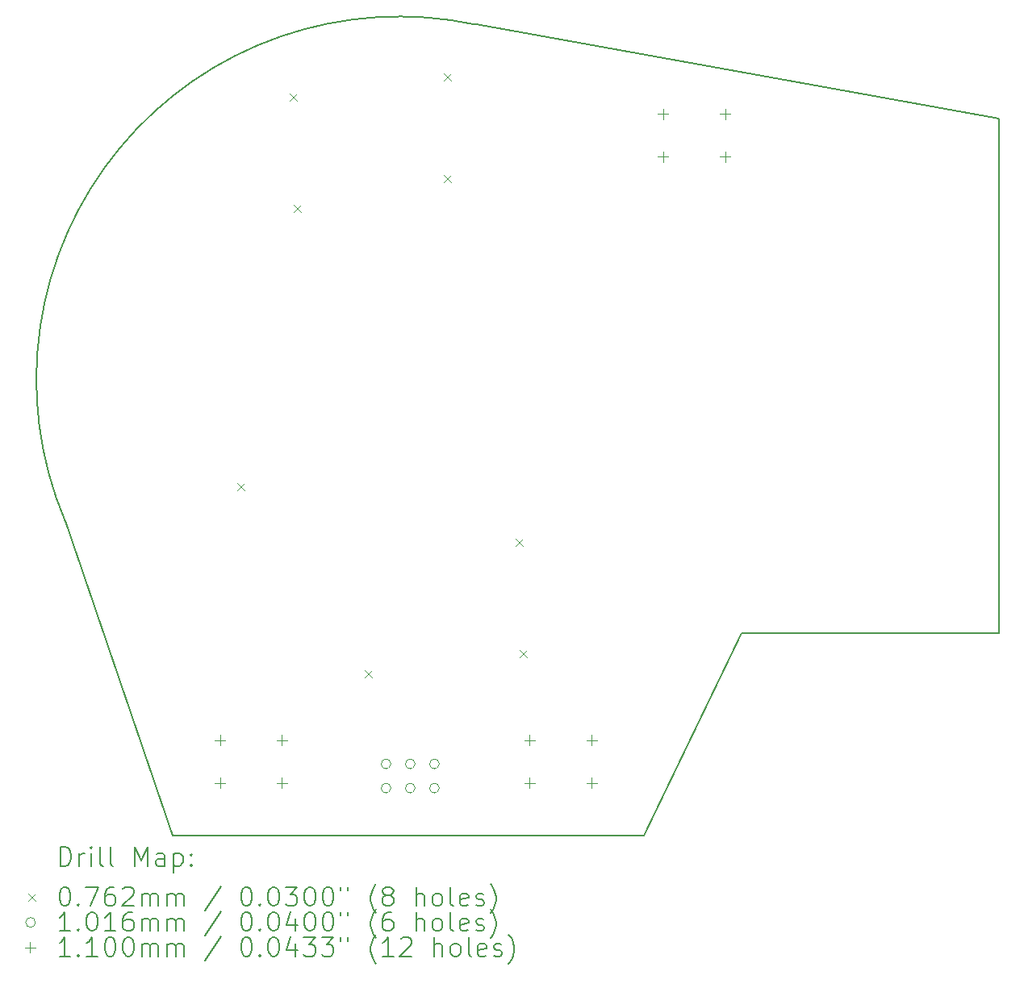
<source format=gbr>
%TF.GenerationSoftware,KiCad,Pcbnew,8.0.8*%
%TF.CreationDate,2025-03-20T22:04:10-04:00*%
%TF.ProjectId,EMP_Cyclone_SAO_v1,454d505f-4379-4636-9c6f-6e655f53414f,rev?*%
%TF.SameCoordinates,Original*%
%TF.FileFunction,Drillmap*%
%TF.FilePolarity,Positive*%
%FSLAX45Y45*%
G04 Gerber Fmt 4.5, Leading zero omitted, Abs format (unit mm)*
G04 Created by KiCad (PCBNEW 8.0.8) date 2025-03-20 22:04:10*
%MOMM*%
%LPD*%
G01*
G04 APERTURE LIST*
%ADD10C,0.200000*%
%ADD11C,0.100000*%
%ADD12C,0.101600*%
%ADD13C,0.110000*%
G04 APERTURE END LIST*
D10*
X7525000Y-14825000D02*
X12475000Y-14825000D01*
X12475000Y-14825000D02*
X13499982Y-12699992D01*
X16200000Y-12700000D02*
X16200000Y-7300000D01*
X13500000Y-12700000D02*
X16200000Y-12700000D01*
X7525000Y-14825000D02*
X6400000Y-11525000D01*
X6400000Y-11525000D02*
G75*
G02*
X10708155Y-6313907I3508155J1486093D01*
G01*
X16200000Y-7300000D02*
X10708155Y-6313907D01*
D11*
X8206760Y-11125220D02*
X8282960Y-11201420D01*
X8282960Y-11125220D02*
X8206760Y-11201420D01*
X8755400Y-7040900D02*
X8831600Y-7117100D01*
X8831600Y-7040900D02*
X8755400Y-7117100D01*
X8798580Y-8206760D02*
X8874780Y-8282960D01*
X8874780Y-8206760D02*
X8798580Y-8282960D01*
X9547880Y-13093720D02*
X9624080Y-13169920D01*
X9624080Y-13093720D02*
X9547880Y-13169920D01*
X10373380Y-7896880D02*
X10449580Y-7973080D01*
X10449580Y-7896880D02*
X10373380Y-7973080D01*
X10375920Y-6830080D02*
X10452120Y-6906280D01*
X10452120Y-6830080D02*
X10375920Y-6906280D01*
X11130300Y-11714500D02*
X11206500Y-11790700D01*
X11206500Y-11714500D02*
X11130300Y-11790700D01*
X11170940Y-12880360D02*
X11247140Y-12956560D01*
X11247140Y-12880360D02*
X11170940Y-12956560D01*
D12*
X9817800Y-14075000D02*
G75*
G02*
X9716200Y-14075000I-50800J0D01*
G01*
X9716200Y-14075000D02*
G75*
G02*
X9817800Y-14075000I50800J0D01*
G01*
X9817800Y-14329000D02*
G75*
G02*
X9716200Y-14329000I-50800J0D01*
G01*
X9716200Y-14329000D02*
G75*
G02*
X9817800Y-14329000I50800J0D01*
G01*
X10071800Y-14075000D02*
G75*
G02*
X9970200Y-14075000I-50800J0D01*
G01*
X9970200Y-14075000D02*
G75*
G02*
X10071800Y-14075000I50800J0D01*
G01*
X10071800Y-14329000D02*
G75*
G02*
X9970200Y-14329000I-50800J0D01*
G01*
X9970200Y-14329000D02*
G75*
G02*
X10071800Y-14329000I50800J0D01*
G01*
X10325800Y-14075000D02*
G75*
G02*
X10224200Y-14075000I-50800J0D01*
G01*
X10224200Y-14075000D02*
G75*
G02*
X10325800Y-14075000I50800J0D01*
G01*
X10325800Y-14329000D02*
G75*
G02*
X10224200Y-14329000I-50800J0D01*
G01*
X10224200Y-14329000D02*
G75*
G02*
X10325800Y-14329000I50800J0D01*
G01*
D13*
X8025000Y-13770000D02*
X8025000Y-13880000D01*
X7970000Y-13825000D02*
X8080000Y-13825000D01*
X8025000Y-14220000D02*
X8025000Y-14330000D01*
X7970000Y-14275000D02*
X8080000Y-14275000D01*
X8675000Y-13770000D02*
X8675000Y-13880000D01*
X8620000Y-13825000D02*
X8730000Y-13825000D01*
X8675000Y-14220000D02*
X8675000Y-14330000D01*
X8620000Y-14275000D02*
X8730000Y-14275000D01*
X11275000Y-13770000D02*
X11275000Y-13880000D01*
X11220000Y-13825000D02*
X11330000Y-13825000D01*
X11275000Y-14220000D02*
X11275000Y-14330000D01*
X11220000Y-14275000D02*
X11330000Y-14275000D01*
X11925000Y-13770000D02*
X11925000Y-13880000D01*
X11870000Y-13825000D02*
X11980000Y-13825000D01*
X11925000Y-14220000D02*
X11925000Y-14330000D01*
X11870000Y-14275000D02*
X11980000Y-14275000D01*
X12675000Y-7195000D02*
X12675000Y-7305000D01*
X12620000Y-7250000D02*
X12730000Y-7250000D01*
X12675000Y-7645000D02*
X12675000Y-7755000D01*
X12620000Y-7700000D02*
X12730000Y-7700000D01*
X13325000Y-7195000D02*
X13325000Y-7305000D01*
X13270000Y-7250000D02*
X13380000Y-7250000D01*
X13325000Y-7645000D02*
X13325000Y-7755000D01*
X13270000Y-7700000D02*
X13380000Y-7700000D01*
D10*
X6348994Y-15146484D02*
X6348994Y-14946484D01*
X6348994Y-14946484D02*
X6396613Y-14946484D01*
X6396613Y-14946484D02*
X6425185Y-14956008D01*
X6425185Y-14956008D02*
X6444232Y-14975055D01*
X6444232Y-14975055D02*
X6453756Y-14994103D01*
X6453756Y-14994103D02*
X6463280Y-15032198D01*
X6463280Y-15032198D02*
X6463280Y-15060769D01*
X6463280Y-15060769D02*
X6453756Y-15098865D01*
X6453756Y-15098865D02*
X6444232Y-15117912D01*
X6444232Y-15117912D02*
X6425185Y-15136960D01*
X6425185Y-15136960D02*
X6396613Y-15146484D01*
X6396613Y-15146484D02*
X6348994Y-15146484D01*
X6548994Y-15146484D02*
X6548994Y-15013150D01*
X6548994Y-15051246D02*
X6558518Y-15032198D01*
X6558518Y-15032198D02*
X6568042Y-15022674D01*
X6568042Y-15022674D02*
X6587089Y-15013150D01*
X6587089Y-15013150D02*
X6606137Y-15013150D01*
X6672804Y-15146484D02*
X6672804Y-15013150D01*
X6672804Y-14946484D02*
X6663280Y-14956008D01*
X6663280Y-14956008D02*
X6672804Y-14965531D01*
X6672804Y-14965531D02*
X6682327Y-14956008D01*
X6682327Y-14956008D02*
X6672804Y-14946484D01*
X6672804Y-14946484D02*
X6672804Y-14965531D01*
X6796613Y-15146484D02*
X6777565Y-15136960D01*
X6777565Y-15136960D02*
X6768042Y-15117912D01*
X6768042Y-15117912D02*
X6768042Y-14946484D01*
X6901375Y-15146484D02*
X6882327Y-15136960D01*
X6882327Y-15136960D02*
X6872804Y-15117912D01*
X6872804Y-15117912D02*
X6872804Y-14946484D01*
X7129946Y-15146484D02*
X7129946Y-14946484D01*
X7129946Y-14946484D02*
X7196613Y-15089341D01*
X7196613Y-15089341D02*
X7263280Y-14946484D01*
X7263280Y-14946484D02*
X7263280Y-15146484D01*
X7444232Y-15146484D02*
X7444232Y-15041722D01*
X7444232Y-15041722D02*
X7434708Y-15022674D01*
X7434708Y-15022674D02*
X7415661Y-15013150D01*
X7415661Y-15013150D02*
X7377565Y-15013150D01*
X7377565Y-15013150D02*
X7358518Y-15022674D01*
X7444232Y-15136960D02*
X7425185Y-15146484D01*
X7425185Y-15146484D02*
X7377565Y-15146484D01*
X7377565Y-15146484D02*
X7358518Y-15136960D01*
X7358518Y-15136960D02*
X7348994Y-15117912D01*
X7348994Y-15117912D02*
X7348994Y-15098865D01*
X7348994Y-15098865D02*
X7358518Y-15079817D01*
X7358518Y-15079817D02*
X7377565Y-15070293D01*
X7377565Y-15070293D02*
X7425185Y-15070293D01*
X7425185Y-15070293D02*
X7444232Y-15060769D01*
X7539470Y-15013150D02*
X7539470Y-15213150D01*
X7539470Y-15022674D02*
X7558518Y-15013150D01*
X7558518Y-15013150D02*
X7596613Y-15013150D01*
X7596613Y-15013150D02*
X7615661Y-15022674D01*
X7615661Y-15022674D02*
X7625185Y-15032198D01*
X7625185Y-15032198D02*
X7634708Y-15051246D01*
X7634708Y-15051246D02*
X7634708Y-15108388D01*
X7634708Y-15108388D02*
X7625185Y-15127436D01*
X7625185Y-15127436D02*
X7615661Y-15136960D01*
X7615661Y-15136960D02*
X7596613Y-15146484D01*
X7596613Y-15146484D02*
X7558518Y-15146484D01*
X7558518Y-15146484D02*
X7539470Y-15136960D01*
X7720423Y-15127436D02*
X7729946Y-15136960D01*
X7729946Y-15136960D02*
X7720423Y-15146484D01*
X7720423Y-15146484D02*
X7710899Y-15136960D01*
X7710899Y-15136960D02*
X7720423Y-15127436D01*
X7720423Y-15127436D02*
X7720423Y-15146484D01*
X7720423Y-15022674D02*
X7729946Y-15032198D01*
X7729946Y-15032198D02*
X7720423Y-15041722D01*
X7720423Y-15041722D02*
X7710899Y-15032198D01*
X7710899Y-15032198D02*
X7720423Y-15022674D01*
X7720423Y-15022674D02*
X7720423Y-15041722D01*
D11*
X6012017Y-15436900D02*
X6088217Y-15513100D01*
X6088217Y-15436900D02*
X6012017Y-15513100D01*
D10*
X6387089Y-15366484D02*
X6406137Y-15366484D01*
X6406137Y-15366484D02*
X6425185Y-15376008D01*
X6425185Y-15376008D02*
X6434708Y-15385531D01*
X6434708Y-15385531D02*
X6444232Y-15404579D01*
X6444232Y-15404579D02*
X6453756Y-15442674D01*
X6453756Y-15442674D02*
X6453756Y-15490293D01*
X6453756Y-15490293D02*
X6444232Y-15528388D01*
X6444232Y-15528388D02*
X6434708Y-15547436D01*
X6434708Y-15547436D02*
X6425185Y-15556960D01*
X6425185Y-15556960D02*
X6406137Y-15566484D01*
X6406137Y-15566484D02*
X6387089Y-15566484D01*
X6387089Y-15566484D02*
X6368042Y-15556960D01*
X6368042Y-15556960D02*
X6358518Y-15547436D01*
X6358518Y-15547436D02*
X6348994Y-15528388D01*
X6348994Y-15528388D02*
X6339470Y-15490293D01*
X6339470Y-15490293D02*
X6339470Y-15442674D01*
X6339470Y-15442674D02*
X6348994Y-15404579D01*
X6348994Y-15404579D02*
X6358518Y-15385531D01*
X6358518Y-15385531D02*
X6368042Y-15376008D01*
X6368042Y-15376008D02*
X6387089Y-15366484D01*
X6539470Y-15547436D02*
X6548994Y-15556960D01*
X6548994Y-15556960D02*
X6539470Y-15566484D01*
X6539470Y-15566484D02*
X6529946Y-15556960D01*
X6529946Y-15556960D02*
X6539470Y-15547436D01*
X6539470Y-15547436D02*
X6539470Y-15566484D01*
X6615661Y-15366484D02*
X6748994Y-15366484D01*
X6748994Y-15366484D02*
X6663280Y-15566484D01*
X6910899Y-15366484D02*
X6872804Y-15366484D01*
X6872804Y-15366484D02*
X6853756Y-15376008D01*
X6853756Y-15376008D02*
X6844232Y-15385531D01*
X6844232Y-15385531D02*
X6825185Y-15414103D01*
X6825185Y-15414103D02*
X6815661Y-15452198D01*
X6815661Y-15452198D02*
X6815661Y-15528388D01*
X6815661Y-15528388D02*
X6825185Y-15547436D01*
X6825185Y-15547436D02*
X6834708Y-15556960D01*
X6834708Y-15556960D02*
X6853756Y-15566484D01*
X6853756Y-15566484D02*
X6891851Y-15566484D01*
X6891851Y-15566484D02*
X6910899Y-15556960D01*
X6910899Y-15556960D02*
X6920423Y-15547436D01*
X6920423Y-15547436D02*
X6929946Y-15528388D01*
X6929946Y-15528388D02*
X6929946Y-15480769D01*
X6929946Y-15480769D02*
X6920423Y-15461722D01*
X6920423Y-15461722D02*
X6910899Y-15452198D01*
X6910899Y-15452198D02*
X6891851Y-15442674D01*
X6891851Y-15442674D02*
X6853756Y-15442674D01*
X6853756Y-15442674D02*
X6834708Y-15452198D01*
X6834708Y-15452198D02*
X6825185Y-15461722D01*
X6825185Y-15461722D02*
X6815661Y-15480769D01*
X7006137Y-15385531D02*
X7015661Y-15376008D01*
X7015661Y-15376008D02*
X7034708Y-15366484D01*
X7034708Y-15366484D02*
X7082327Y-15366484D01*
X7082327Y-15366484D02*
X7101375Y-15376008D01*
X7101375Y-15376008D02*
X7110899Y-15385531D01*
X7110899Y-15385531D02*
X7120423Y-15404579D01*
X7120423Y-15404579D02*
X7120423Y-15423627D01*
X7120423Y-15423627D02*
X7110899Y-15452198D01*
X7110899Y-15452198D02*
X6996613Y-15566484D01*
X6996613Y-15566484D02*
X7120423Y-15566484D01*
X7206137Y-15566484D02*
X7206137Y-15433150D01*
X7206137Y-15452198D02*
X7215661Y-15442674D01*
X7215661Y-15442674D02*
X7234708Y-15433150D01*
X7234708Y-15433150D02*
X7263280Y-15433150D01*
X7263280Y-15433150D02*
X7282327Y-15442674D01*
X7282327Y-15442674D02*
X7291851Y-15461722D01*
X7291851Y-15461722D02*
X7291851Y-15566484D01*
X7291851Y-15461722D02*
X7301375Y-15442674D01*
X7301375Y-15442674D02*
X7320423Y-15433150D01*
X7320423Y-15433150D02*
X7348994Y-15433150D01*
X7348994Y-15433150D02*
X7368042Y-15442674D01*
X7368042Y-15442674D02*
X7377566Y-15461722D01*
X7377566Y-15461722D02*
X7377566Y-15566484D01*
X7472804Y-15566484D02*
X7472804Y-15433150D01*
X7472804Y-15452198D02*
X7482327Y-15442674D01*
X7482327Y-15442674D02*
X7501375Y-15433150D01*
X7501375Y-15433150D02*
X7529947Y-15433150D01*
X7529947Y-15433150D02*
X7548994Y-15442674D01*
X7548994Y-15442674D02*
X7558518Y-15461722D01*
X7558518Y-15461722D02*
X7558518Y-15566484D01*
X7558518Y-15461722D02*
X7568042Y-15442674D01*
X7568042Y-15442674D02*
X7587089Y-15433150D01*
X7587089Y-15433150D02*
X7615661Y-15433150D01*
X7615661Y-15433150D02*
X7634708Y-15442674D01*
X7634708Y-15442674D02*
X7644232Y-15461722D01*
X7644232Y-15461722D02*
X7644232Y-15566484D01*
X8034708Y-15356960D02*
X7863280Y-15614103D01*
X8291851Y-15366484D02*
X8310899Y-15366484D01*
X8310899Y-15366484D02*
X8329947Y-15376008D01*
X8329947Y-15376008D02*
X8339470Y-15385531D01*
X8339470Y-15385531D02*
X8348994Y-15404579D01*
X8348994Y-15404579D02*
X8358518Y-15442674D01*
X8358518Y-15442674D02*
X8358518Y-15490293D01*
X8358518Y-15490293D02*
X8348994Y-15528388D01*
X8348994Y-15528388D02*
X8339470Y-15547436D01*
X8339470Y-15547436D02*
X8329947Y-15556960D01*
X8329947Y-15556960D02*
X8310899Y-15566484D01*
X8310899Y-15566484D02*
X8291851Y-15566484D01*
X8291851Y-15566484D02*
X8272804Y-15556960D01*
X8272804Y-15556960D02*
X8263280Y-15547436D01*
X8263280Y-15547436D02*
X8253756Y-15528388D01*
X8253756Y-15528388D02*
X8244232Y-15490293D01*
X8244232Y-15490293D02*
X8244232Y-15442674D01*
X8244232Y-15442674D02*
X8253756Y-15404579D01*
X8253756Y-15404579D02*
X8263280Y-15385531D01*
X8263280Y-15385531D02*
X8272804Y-15376008D01*
X8272804Y-15376008D02*
X8291851Y-15366484D01*
X8444232Y-15547436D02*
X8453756Y-15556960D01*
X8453756Y-15556960D02*
X8444232Y-15566484D01*
X8444232Y-15566484D02*
X8434709Y-15556960D01*
X8434709Y-15556960D02*
X8444232Y-15547436D01*
X8444232Y-15547436D02*
X8444232Y-15566484D01*
X8577566Y-15366484D02*
X8596613Y-15366484D01*
X8596613Y-15366484D02*
X8615661Y-15376008D01*
X8615661Y-15376008D02*
X8625185Y-15385531D01*
X8625185Y-15385531D02*
X8634709Y-15404579D01*
X8634709Y-15404579D02*
X8644232Y-15442674D01*
X8644232Y-15442674D02*
X8644232Y-15490293D01*
X8644232Y-15490293D02*
X8634709Y-15528388D01*
X8634709Y-15528388D02*
X8625185Y-15547436D01*
X8625185Y-15547436D02*
X8615661Y-15556960D01*
X8615661Y-15556960D02*
X8596613Y-15566484D01*
X8596613Y-15566484D02*
X8577566Y-15566484D01*
X8577566Y-15566484D02*
X8558518Y-15556960D01*
X8558518Y-15556960D02*
X8548994Y-15547436D01*
X8548994Y-15547436D02*
X8539471Y-15528388D01*
X8539471Y-15528388D02*
X8529947Y-15490293D01*
X8529947Y-15490293D02*
X8529947Y-15442674D01*
X8529947Y-15442674D02*
X8539471Y-15404579D01*
X8539471Y-15404579D02*
X8548994Y-15385531D01*
X8548994Y-15385531D02*
X8558518Y-15376008D01*
X8558518Y-15376008D02*
X8577566Y-15366484D01*
X8710899Y-15366484D02*
X8834709Y-15366484D01*
X8834709Y-15366484D02*
X8768042Y-15442674D01*
X8768042Y-15442674D02*
X8796613Y-15442674D01*
X8796613Y-15442674D02*
X8815661Y-15452198D01*
X8815661Y-15452198D02*
X8825185Y-15461722D01*
X8825185Y-15461722D02*
X8834709Y-15480769D01*
X8834709Y-15480769D02*
X8834709Y-15528388D01*
X8834709Y-15528388D02*
X8825185Y-15547436D01*
X8825185Y-15547436D02*
X8815661Y-15556960D01*
X8815661Y-15556960D02*
X8796613Y-15566484D01*
X8796613Y-15566484D02*
X8739471Y-15566484D01*
X8739471Y-15566484D02*
X8720423Y-15556960D01*
X8720423Y-15556960D02*
X8710899Y-15547436D01*
X8958518Y-15366484D02*
X8977566Y-15366484D01*
X8977566Y-15366484D02*
X8996613Y-15376008D01*
X8996613Y-15376008D02*
X9006137Y-15385531D01*
X9006137Y-15385531D02*
X9015661Y-15404579D01*
X9015661Y-15404579D02*
X9025185Y-15442674D01*
X9025185Y-15442674D02*
X9025185Y-15490293D01*
X9025185Y-15490293D02*
X9015661Y-15528388D01*
X9015661Y-15528388D02*
X9006137Y-15547436D01*
X9006137Y-15547436D02*
X8996613Y-15556960D01*
X8996613Y-15556960D02*
X8977566Y-15566484D01*
X8977566Y-15566484D02*
X8958518Y-15566484D01*
X8958518Y-15566484D02*
X8939471Y-15556960D01*
X8939471Y-15556960D02*
X8929947Y-15547436D01*
X8929947Y-15547436D02*
X8920423Y-15528388D01*
X8920423Y-15528388D02*
X8910899Y-15490293D01*
X8910899Y-15490293D02*
X8910899Y-15442674D01*
X8910899Y-15442674D02*
X8920423Y-15404579D01*
X8920423Y-15404579D02*
X8929947Y-15385531D01*
X8929947Y-15385531D02*
X8939471Y-15376008D01*
X8939471Y-15376008D02*
X8958518Y-15366484D01*
X9148994Y-15366484D02*
X9168042Y-15366484D01*
X9168042Y-15366484D02*
X9187090Y-15376008D01*
X9187090Y-15376008D02*
X9196613Y-15385531D01*
X9196613Y-15385531D02*
X9206137Y-15404579D01*
X9206137Y-15404579D02*
X9215661Y-15442674D01*
X9215661Y-15442674D02*
X9215661Y-15490293D01*
X9215661Y-15490293D02*
X9206137Y-15528388D01*
X9206137Y-15528388D02*
X9196613Y-15547436D01*
X9196613Y-15547436D02*
X9187090Y-15556960D01*
X9187090Y-15556960D02*
X9168042Y-15566484D01*
X9168042Y-15566484D02*
X9148994Y-15566484D01*
X9148994Y-15566484D02*
X9129947Y-15556960D01*
X9129947Y-15556960D02*
X9120423Y-15547436D01*
X9120423Y-15547436D02*
X9110899Y-15528388D01*
X9110899Y-15528388D02*
X9101375Y-15490293D01*
X9101375Y-15490293D02*
X9101375Y-15442674D01*
X9101375Y-15442674D02*
X9110899Y-15404579D01*
X9110899Y-15404579D02*
X9120423Y-15385531D01*
X9120423Y-15385531D02*
X9129947Y-15376008D01*
X9129947Y-15376008D02*
X9148994Y-15366484D01*
X9291852Y-15366484D02*
X9291852Y-15404579D01*
X9368042Y-15366484D02*
X9368042Y-15404579D01*
X9663280Y-15642674D02*
X9653756Y-15633150D01*
X9653756Y-15633150D02*
X9634709Y-15604579D01*
X9634709Y-15604579D02*
X9625185Y-15585531D01*
X9625185Y-15585531D02*
X9615661Y-15556960D01*
X9615661Y-15556960D02*
X9606137Y-15509341D01*
X9606137Y-15509341D02*
X9606137Y-15471246D01*
X9606137Y-15471246D02*
X9615661Y-15423627D01*
X9615661Y-15423627D02*
X9625185Y-15395055D01*
X9625185Y-15395055D02*
X9634709Y-15376008D01*
X9634709Y-15376008D02*
X9653756Y-15347436D01*
X9653756Y-15347436D02*
X9663280Y-15337912D01*
X9768042Y-15452198D02*
X9748994Y-15442674D01*
X9748994Y-15442674D02*
X9739471Y-15433150D01*
X9739471Y-15433150D02*
X9729947Y-15414103D01*
X9729947Y-15414103D02*
X9729947Y-15404579D01*
X9729947Y-15404579D02*
X9739471Y-15385531D01*
X9739471Y-15385531D02*
X9748994Y-15376008D01*
X9748994Y-15376008D02*
X9768042Y-15366484D01*
X9768042Y-15366484D02*
X9806137Y-15366484D01*
X9806137Y-15366484D02*
X9825185Y-15376008D01*
X9825185Y-15376008D02*
X9834709Y-15385531D01*
X9834709Y-15385531D02*
X9844233Y-15404579D01*
X9844233Y-15404579D02*
X9844233Y-15414103D01*
X9844233Y-15414103D02*
X9834709Y-15433150D01*
X9834709Y-15433150D02*
X9825185Y-15442674D01*
X9825185Y-15442674D02*
X9806137Y-15452198D01*
X9806137Y-15452198D02*
X9768042Y-15452198D01*
X9768042Y-15452198D02*
X9748994Y-15461722D01*
X9748994Y-15461722D02*
X9739471Y-15471246D01*
X9739471Y-15471246D02*
X9729947Y-15490293D01*
X9729947Y-15490293D02*
X9729947Y-15528388D01*
X9729947Y-15528388D02*
X9739471Y-15547436D01*
X9739471Y-15547436D02*
X9748994Y-15556960D01*
X9748994Y-15556960D02*
X9768042Y-15566484D01*
X9768042Y-15566484D02*
X9806137Y-15566484D01*
X9806137Y-15566484D02*
X9825185Y-15556960D01*
X9825185Y-15556960D02*
X9834709Y-15547436D01*
X9834709Y-15547436D02*
X9844233Y-15528388D01*
X9844233Y-15528388D02*
X9844233Y-15490293D01*
X9844233Y-15490293D02*
X9834709Y-15471246D01*
X9834709Y-15471246D02*
X9825185Y-15461722D01*
X9825185Y-15461722D02*
X9806137Y-15452198D01*
X10082328Y-15566484D02*
X10082328Y-15366484D01*
X10168042Y-15566484D02*
X10168042Y-15461722D01*
X10168042Y-15461722D02*
X10158518Y-15442674D01*
X10158518Y-15442674D02*
X10139471Y-15433150D01*
X10139471Y-15433150D02*
X10110899Y-15433150D01*
X10110899Y-15433150D02*
X10091852Y-15442674D01*
X10091852Y-15442674D02*
X10082328Y-15452198D01*
X10291852Y-15566484D02*
X10272804Y-15556960D01*
X10272804Y-15556960D02*
X10263280Y-15547436D01*
X10263280Y-15547436D02*
X10253756Y-15528388D01*
X10253756Y-15528388D02*
X10253756Y-15471246D01*
X10253756Y-15471246D02*
X10263280Y-15452198D01*
X10263280Y-15452198D02*
X10272804Y-15442674D01*
X10272804Y-15442674D02*
X10291852Y-15433150D01*
X10291852Y-15433150D02*
X10320423Y-15433150D01*
X10320423Y-15433150D02*
X10339471Y-15442674D01*
X10339471Y-15442674D02*
X10348995Y-15452198D01*
X10348995Y-15452198D02*
X10358518Y-15471246D01*
X10358518Y-15471246D02*
X10358518Y-15528388D01*
X10358518Y-15528388D02*
X10348995Y-15547436D01*
X10348995Y-15547436D02*
X10339471Y-15556960D01*
X10339471Y-15556960D02*
X10320423Y-15566484D01*
X10320423Y-15566484D02*
X10291852Y-15566484D01*
X10472804Y-15566484D02*
X10453756Y-15556960D01*
X10453756Y-15556960D02*
X10444233Y-15537912D01*
X10444233Y-15537912D02*
X10444233Y-15366484D01*
X10625185Y-15556960D02*
X10606137Y-15566484D01*
X10606137Y-15566484D02*
X10568042Y-15566484D01*
X10568042Y-15566484D02*
X10548995Y-15556960D01*
X10548995Y-15556960D02*
X10539471Y-15537912D01*
X10539471Y-15537912D02*
X10539471Y-15461722D01*
X10539471Y-15461722D02*
X10548995Y-15442674D01*
X10548995Y-15442674D02*
X10568042Y-15433150D01*
X10568042Y-15433150D02*
X10606137Y-15433150D01*
X10606137Y-15433150D02*
X10625185Y-15442674D01*
X10625185Y-15442674D02*
X10634709Y-15461722D01*
X10634709Y-15461722D02*
X10634709Y-15480769D01*
X10634709Y-15480769D02*
X10539471Y-15499817D01*
X10710899Y-15556960D02*
X10729947Y-15566484D01*
X10729947Y-15566484D02*
X10768042Y-15566484D01*
X10768042Y-15566484D02*
X10787090Y-15556960D01*
X10787090Y-15556960D02*
X10796614Y-15537912D01*
X10796614Y-15537912D02*
X10796614Y-15528388D01*
X10796614Y-15528388D02*
X10787090Y-15509341D01*
X10787090Y-15509341D02*
X10768042Y-15499817D01*
X10768042Y-15499817D02*
X10739471Y-15499817D01*
X10739471Y-15499817D02*
X10720423Y-15490293D01*
X10720423Y-15490293D02*
X10710899Y-15471246D01*
X10710899Y-15471246D02*
X10710899Y-15461722D01*
X10710899Y-15461722D02*
X10720423Y-15442674D01*
X10720423Y-15442674D02*
X10739471Y-15433150D01*
X10739471Y-15433150D02*
X10768042Y-15433150D01*
X10768042Y-15433150D02*
X10787090Y-15442674D01*
X10863280Y-15642674D02*
X10872804Y-15633150D01*
X10872804Y-15633150D02*
X10891852Y-15604579D01*
X10891852Y-15604579D02*
X10901376Y-15585531D01*
X10901376Y-15585531D02*
X10910899Y-15556960D01*
X10910899Y-15556960D02*
X10920423Y-15509341D01*
X10920423Y-15509341D02*
X10920423Y-15471246D01*
X10920423Y-15471246D02*
X10910899Y-15423627D01*
X10910899Y-15423627D02*
X10901376Y-15395055D01*
X10901376Y-15395055D02*
X10891852Y-15376008D01*
X10891852Y-15376008D02*
X10872804Y-15347436D01*
X10872804Y-15347436D02*
X10863280Y-15337912D01*
D12*
X6088217Y-15739000D02*
G75*
G02*
X5986617Y-15739000I-50800J0D01*
G01*
X5986617Y-15739000D02*
G75*
G02*
X6088217Y-15739000I50800J0D01*
G01*
D10*
X6453756Y-15830484D02*
X6339470Y-15830484D01*
X6396613Y-15830484D02*
X6396613Y-15630484D01*
X6396613Y-15630484D02*
X6377565Y-15659055D01*
X6377565Y-15659055D02*
X6358518Y-15678103D01*
X6358518Y-15678103D02*
X6339470Y-15687627D01*
X6539470Y-15811436D02*
X6548994Y-15820960D01*
X6548994Y-15820960D02*
X6539470Y-15830484D01*
X6539470Y-15830484D02*
X6529946Y-15820960D01*
X6529946Y-15820960D02*
X6539470Y-15811436D01*
X6539470Y-15811436D02*
X6539470Y-15830484D01*
X6672804Y-15630484D02*
X6691851Y-15630484D01*
X6691851Y-15630484D02*
X6710899Y-15640008D01*
X6710899Y-15640008D02*
X6720423Y-15649531D01*
X6720423Y-15649531D02*
X6729946Y-15668579D01*
X6729946Y-15668579D02*
X6739470Y-15706674D01*
X6739470Y-15706674D02*
X6739470Y-15754293D01*
X6739470Y-15754293D02*
X6729946Y-15792388D01*
X6729946Y-15792388D02*
X6720423Y-15811436D01*
X6720423Y-15811436D02*
X6710899Y-15820960D01*
X6710899Y-15820960D02*
X6691851Y-15830484D01*
X6691851Y-15830484D02*
X6672804Y-15830484D01*
X6672804Y-15830484D02*
X6653756Y-15820960D01*
X6653756Y-15820960D02*
X6644232Y-15811436D01*
X6644232Y-15811436D02*
X6634708Y-15792388D01*
X6634708Y-15792388D02*
X6625185Y-15754293D01*
X6625185Y-15754293D02*
X6625185Y-15706674D01*
X6625185Y-15706674D02*
X6634708Y-15668579D01*
X6634708Y-15668579D02*
X6644232Y-15649531D01*
X6644232Y-15649531D02*
X6653756Y-15640008D01*
X6653756Y-15640008D02*
X6672804Y-15630484D01*
X6929946Y-15830484D02*
X6815661Y-15830484D01*
X6872804Y-15830484D02*
X6872804Y-15630484D01*
X6872804Y-15630484D02*
X6853756Y-15659055D01*
X6853756Y-15659055D02*
X6834708Y-15678103D01*
X6834708Y-15678103D02*
X6815661Y-15687627D01*
X7101375Y-15630484D02*
X7063280Y-15630484D01*
X7063280Y-15630484D02*
X7044232Y-15640008D01*
X7044232Y-15640008D02*
X7034708Y-15649531D01*
X7034708Y-15649531D02*
X7015661Y-15678103D01*
X7015661Y-15678103D02*
X7006137Y-15716198D01*
X7006137Y-15716198D02*
X7006137Y-15792388D01*
X7006137Y-15792388D02*
X7015661Y-15811436D01*
X7015661Y-15811436D02*
X7025185Y-15820960D01*
X7025185Y-15820960D02*
X7044232Y-15830484D01*
X7044232Y-15830484D02*
X7082327Y-15830484D01*
X7082327Y-15830484D02*
X7101375Y-15820960D01*
X7101375Y-15820960D02*
X7110899Y-15811436D01*
X7110899Y-15811436D02*
X7120423Y-15792388D01*
X7120423Y-15792388D02*
X7120423Y-15744769D01*
X7120423Y-15744769D02*
X7110899Y-15725722D01*
X7110899Y-15725722D02*
X7101375Y-15716198D01*
X7101375Y-15716198D02*
X7082327Y-15706674D01*
X7082327Y-15706674D02*
X7044232Y-15706674D01*
X7044232Y-15706674D02*
X7025185Y-15716198D01*
X7025185Y-15716198D02*
X7015661Y-15725722D01*
X7015661Y-15725722D02*
X7006137Y-15744769D01*
X7206137Y-15830484D02*
X7206137Y-15697150D01*
X7206137Y-15716198D02*
X7215661Y-15706674D01*
X7215661Y-15706674D02*
X7234708Y-15697150D01*
X7234708Y-15697150D02*
X7263280Y-15697150D01*
X7263280Y-15697150D02*
X7282327Y-15706674D01*
X7282327Y-15706674D02*
X7291851Y-15725722D01*
X7291851Y-15725722D02*
X7291851Y-15830484D01*
X7291851Y-15725722D02*
X7301375Y-15706674D01*
X7301375Y-15706674D02*
X7320423Y-15697150D01*
X7320423Y-15697150D02*
X7348994Y-15697150D01*
X7348994Y-15697150D02*
X7368042Y-15706674D01*
X7368042Y-15706674D02*
X7377566Y-15725722D01*
X7377566Y-15725722D02*
X7377566Y-15830484D01*
X7472804Y-15830484D02*
X7472804Y-15697150D01*
X7472804Y-15716198D02*
X7482327Y-15706674D01*
X7482327Y-15706674D02*
X7501375Y-15697150D01*
X7501375Y-15697150D02*
X7529947Y-15697150D01*
X7529947Y-15697150D02*
X7548994Y-15706674D01*
X7548994Y-15706674D02*
X7558518Y-15725722D01*
X7558518Y-15725722D02*
X7558518Y-15830484D01*
X7558518Y-15725722D02*
X7568042Y-15706674D01*
X7568042Y-15706674D02*
X7587089Y-15697150D01*
X7587089Y-15697150D02*
X7615661Y-15697150D01*
X7615661Y-15697150D02*
X7634708Y-15706674D01*
X7634708Y-15706674D02*
X7644232Y-15725722D01*
X7644232Y-15725722D02*
X7644232Y-15830484D01*
X8034708Y-15620960D02*
X7863280Y-15878103D01*
X8291851Y-15630484D02*
X8310899Y-15630484D01*
X8310899Y-15630484D02*
X8329947Y-15640008D01*
X8329947Y-15640008D02*
X8339470Y-15649531D01*
X8339470Y-15649531D02*
X8348994Y-15668579D01*
X8348994Y-15668579D02*
X8358518Y-15706674D01*
X8358518Y-15706674D02*
X8358518Y-15754293D01*
X8358518Y-15754293D02*
X8348994Y-15792388D01*
X8348994Y-15792388D02*
X8339470Y-15811436D01*
X8339470Y-15811436D02*
X8329947Y-15820960D01*
X8329947Y-15820960D02*
X8310899Y-15830484D01*
X8310899Y-15830484D02*
X8291851Y-15830484D01*
X8291851Y-15830484D02*
X8272804Y-15820960D01*
X8272804Y-15820960D02*
X8263280Y-15811436D01*
X8263280Y-15811436D02*
X8253756Y-15792388D01*
X8253756Y-15792388D02*
X8244232Y-15754293D01*
X8244232Y-15754293D02*
X8244232Y-15706674D01*
X8244232Y-15706674D02*
X8253756Y-15668579D01*
X8253756Y-15668579D02*
X8263280Y-15649531D01*
X8263280Y-15649531D02*
X8272804Y-15640008D01*
X8272804Y-15640008D02*
X8291851Y-15630484D01*
X8444232Y-15811436D02*
X8453756Y-15820960D01*
X8453756Y-15820960D02*
X8444232Y-15830484D01*
X8444232Y-15830484D02*
X8434709Y-15820960D01*
X8434709Y-15820960D02*
X8444232Y-15811436D01*
X8444232Y-15811436D02*
X8444232Y-15830484D01*
X8577566Y-15630484D02*
X8596613Y-15630484D01*
X8596613Y-15630484D02*
X8615661Y-15640008D01*
X8615661Y-15640008D02*
X8625185Y-15649531D01*
X8625185Y-15649531D02*
X8634709Y-15668579D01*
X8634709Y-15668579D02*
X8644232Y-15706674D01*
X8644232Y-15706674D02*
X8644232Y-15754293D01*
X8644232Y-15754293D02*
X8634709Y-15792388D01*
X8634709Y-15792388D02*
X8625185Y-15811436D01*
X8625185Y-15811436D02*
X8615661Y-15820960D01*
X8615661Y-15820960D02*
X8596613Y-15830484D01*
X8596613Y-15830484D02*
X8577566Y-15830484D01*
X8577566Y-15830484D02*
X8558518Y-15820960D01*
X8558518Y-15820960D02*
X8548994Y-15811436D01*
X8548994Y-15811436D02*
X8539471Y-15792388D01*
X8539471Y-15792388D02*
X8529947Y-15754293D01*
X8529947Y-15754293D02*
X8529947Y-15706674D01*
X8529947Y-15706674D02*
X8539471Y-15668579D01*
X8539471Y-15668579D02*
X8548994Y-15649531D01*
X8548994Y-15649531D02*
X8558518Y-15640008D01*
X8558518Y-15640008D02*
X8577566Y-15630484D01*
X8815661Y-15697150D02*
X8815661Y-15830484D01*
X8768042Y-15620960D02*
X8720423Y-15763817D01*
X8720423Y-15763817D02*
X8844232Y-15763817D01*
X8958518Y-15630484D02*
X8977566Y-15630484D01*
X8977566Y-15630484D02*
X8996613Y-15640008D01*
X8996613Y-15640008D02*
X9006137Y-15649531D01*
X9006137Y-15649531D02*
X9015661Y-15668579D01*
X9015661Y-15668579D02*
X9025185Y-15706674D01*
X9025185Y-15706674D02*
X9025185Y-15754293D01*
X9025185Y-15754293D02*
X9015661Y-15792388D01*
X9015661Y-15792388D02*
X9006137Y-15811436D01*
X9006137Y-15811436D02*
X8996613Y-15820960D01*
X8996613Y-15820960D02*
X8977566Y-15830484D01*
X8977566Y-15830484D02*
X8958518Y-15830484D01*
X8958518Y-15830484D02*
X8939471Y-15820960D01*
X8939471Y-15820960D02*
X8929947Y-15811436D01*
X8929947Y-15811436D02*
X8920423Y-15792388D01*
X8920423Y-15792388D02*
X8910899Y-15754293D01*
X8910899Y-15754293D02*
X8910899Y-15706674D01*
X8910899Y-15706674D02*
X8920423Y-15668579D01*
X8920423Y-15668579D02*
X8929947Y-15649531D01*
X8929947Y-15649531D02*
X8939471Y-15640008D01*
X8939471Y-15640008D02*
X8958518Y-15630484D01*
X9148994Y-15630484D02*
X9168042Y-15630484D01*
X9168042Y-15630484D02*
X9187090Y-15640008D01*
X9187090Y-15640008D02*
X9196613Y-15649531D01*
X9196613Y-15649531D02*
X9206137Y-15668579D01*
X9206137Y-15668579D02*
X9215661Y-15706674D01*
X9215661Y-15706674D02*
X9215661Y-15754293D01*
X9215661Y-15754293D02*
X9206137Y-15792388D01*
X9206137Y-15792388D02*
X9196613Y-15811436D01*
X9196613Y-15811436D02*
X9187090Y-15820960D01*
X9187090Y-15820960D02*
X9168042Y-15830484D01*
X9168042Y-15830484D02*
X9148994Y-15830484D01*
X9148994Y-15830484D02*
X9129947Y-15820960D01*
X9129947Y-15820960D02*
X9120423Y-15811436D01*
X9120423Y-15811436D02*
X9110899Y-15792388D01*
X9110899Y-15792388D02*
X9101375Y-15754293D01*
X9101375Y-15754293D02*
X9101375Y-15706674D01*
X9101375Y-15706674D02*
X9110899Y-15668579D01*
X9110899Y-15668579D02*
X9120423Y-15649531D01*
X9120423Y-15649531D02*
X9129947Y-15640008D01*
X9129947Y-15640008D02*
X9148994Y-15630484D01*
X9291852Y-15630484D02*
X9291852Y-15668579D01*
X9368042Y-15630484D02*
X9368042Y-15668579D01*
X9663280Y-15906674D02*
X9653756Y-15897150D01*
X9653756Y-15897150D02*
X9634709Y-15868579D01*
X9634709Y-15868579D02*
X9625185Y-15849531D01*
X9625185Y-15849531D02*
X9615661Y-15820960D01*
X9615661Y-15820960D02*
X9606137Y-15773341D01*
X9606137Y-15773341D02*
X9606137Y-15735246D01*
X9606137Y-15735246D02*
X9615661Y-15687627D01*
X9615661Y-15687627D02*
X9625185Y-15659055D01*
X9625185Y-15659055D02*
X9634709Y-15640008D01*
X9634709Y-15640008D02*
X9653756Y-15611436D01*
X9653756Y-15611436D02*
X9663280Y-15601912D01*
X9825185Y-15630484D02*
X9787090Y-15630484D01*
X9787090Y-15630484D02*
X9768042Y-15640008D01*
X9768042Y-15640008D02*
X9758518Y-15649531D01*
X9758518Y-15649531D02*
X9739471Y-15678103D01*
X9739471Y-15678103D02*
X9729947Y-15716198D01*
X9729947Y-15716198D02*
X9729947Y-15792388D01*
X9729947Y-15792388D02*
X9739471Y-15811436D01*
X9739471Y-15811436D02*
X9748994Y-15820960D01*
X9748994Y-15820960D02*
X9768042Y-15830484D01*
X9768042Y-15830484D02*
X9806137Y-15830484D01*
X9806137Y-15830484D02*
X9825185Y-15820960D01*
X9825185Y-15820960D02*
X9834709Y-15811436D01*
X9834709Y-15811436D02*
X9844233Y-15792388D01*
X9844233Y-15792388D02*
X9844233Y-15744769D01*
X9844233Y-15744769D02*
X9834709Y-15725722D01*
X9834709Y-15725722D02*
X9825185Y-15716198D01*
X9825185Y-15716198D02*
X9806137Y-15706674D01*
X9806137Y-15706674D02*
X9768042Y-15706674D01*
X9768042Y-15706674D02*
X9748994Y-15716198D01*
X9748994Y-15716198D02*
X9739471Y-15725722D01*
X9739471Y-15725722D02*
X9729947Y-15744769D01*
X10082328Y-15830484D02*
X10082328Y-15630484D01*
X10168042Y-15830484D02*
X10168042Y-15725722D01*
X10168042Y-15725722D02*
X10158518Y-15706674D01*
X10158518Y-15706674D02*
X10139471Y-15697150D01*
X10139471Y-15697150D02*
X10110899Y-15697150D01*
X10110899Y-15697150D02*
X10091852Y-15706674D01*
X10091852Y-15706674D02*
X10082328Y-15716198D01*
X10291852Y-15830484D02*
X10272804Y-15820960D01*
X10272804Y-15820960D02*
X10263280Y-15811436D01*
X10263280Y-15811436D02*
X10253756Y-15792388D01*
X10253756Y-15792388D02*
X10253756Y-15735246D01*
X10253756Y-15735246D02*
X10263280Y-15716198D01*
X10263280Y-15716198D02*
X10272804Y-15706674D01*
X10272804Y-15706674D02*
X10291852Y-15697150D01*
X10291852Y-15697150D02*
X10320423Y-15697150D01*
X10320423Y-15697150D02*
X10339471Y-15706674D01*
X10339471Y-15706674D02*
X10348995Y-15716198D01*
X10348995Y-15716198D02*
X10358518Y-15735246D01*
X10358518Y-15735246D02*
X10358518Y-15792388D01*
X10358518Y-15792388D02*
X10348995Y-15811436D01*
X10348995Y-15811436D02*
X10339471Y-15820960D01*
X10339471Y-15820960D02*
X10320423Y-15830484D01*
X10320423Y-15830484D02*
X10291852Y-15830484D01*
X10472804Y-15830484D02*
X10453756Y-15820960D01*
X10453756Y-15820960D02*
X10444233Y-15801912D01*
X10444233Y-15801912D02*
X10444233Y-15630484D01*
X10625185Y-15820960D02*
X10606137Y-15830484D01*
X10606137Y-15830484D02*
X10568042Y-15830484D01*
X10568042Y-15830484D02*
X10548995Y-15820960D01*
X10548995Y-15820960D02*
X10539471Y-15801912D01*
X10539471Y-15801912D02*
X10539471Y-15725722D01*
X10539471Y-15725722D02*
X10548995Y-15706674D01*
X10548995Y-15706674D02*
X10568042Y-15697150D01*
X10568042Y-15697150D02*
X10606137Y-15697150D01*
X10606137Y-15697150D02*
X10625185Y-15706674D01*
X10625185Y-15706674D02*
X10634709Y-15725722D01*
X10634709Y-15725722D02*
X10634709Y-15744769D01*
X10634709Y-15744769D02*
X10539471Y-15763817D01*
X10710899Y-15820960D02*
X10729947Y-15830484D01*
X10729947Y-15830484D02*
X10768042Y-15830484D01*
X10768042Y-15830484D02*
X10787090Y-15820960D01*
X10787090Y-15820960D02*
X10796614Y-15801912D01*
X10796614Y-15801912D02*
X10796614Y-15792388D01*
X10796614Y-15792388D02*
X10787090Y-15773341D01*
X10787090Y-15773341D02*
X10768042Y-15763817D01*
X10768042Y-15763817D02*
X10739471Y-15763817D01*
X10739471Y-15763817D02*
X10720423Y-15754293D01*
X10720423Y-15754293D02*
X10710899Y-15735246D01*
X10710899Y-15735246D02*
X10710899Y-15725722D01*
X10710899Y-15725722D02*
X10720423Y-15706674D01*
X10720423Y-15706674D02*
X10739471Y-15697150D01*
X10739471Y-15697150D02*
X10768042Y-15697150D01*
X10768042Y-15697150D02*
X10787090Y-15706674D01*
X10863280Y-15906674D02*
X10872804Y-15897150D01*
X10872804Y-15897150D02*
X10891852Y-15868579D01*
X10891852Y-15868579D02*
X10901376Y-15849531D01*
X10901376Y-15849531D02*
X10910899Y-15820960D01*
X10910899Y-15820960D02*
X10920423Y-15773341D01*
X10920423Y-15773341D02*
X10920423Y-15735246D01*
X10920423Y-15735246D02*
X10910899Y-15687627D01*
X10910899Y-15687627D02*
X10901376Y-15659055D01*
X10901376Y-15659055D02*
X10891852Y-15640008D01*
X10891852Y-15640008D02*
X10872804Y-15611436D01*
X10872804Y-15611436D02*
X10863280Y-15601912D01*
D13*
X6033217Y-15948000D02*
X6033217Y-16058000D01*
X5978217Y-16003000D02*
X6088217Y-16003000D01*
D10*
X6453756Y-16094484D02*
X6339470Y-16094484D01*
X6396613Y-16094484D02*
X6396613Y-15894484D01*
X6396613Y-15894484D02*
X6377565Y-15923055D01*
X6377565Y-15923055D02*
X6358518Y-15942103D01*
X6358518Y-15942103D02*
X6339470Y-15951627D01*
X6539470Y-16075436D02*
X6548994Y-16084960D01*
X6548994Y-16084960D02*
X6539470Y-16094484D01*
X6539470Y-16094484D02*
X6529946Y-16084960D01*
X6529946Y-16084960D02*
X6539470Y-16075436D01*
X6539470Y-16075436D02*
X6539470Y-16094484D01*
X6739470Y-16094484D02*
X6625185Y-16094484D01*
X6682327Y-16094484D02*
X6682327Y-15894484D01*
X6682327Y-15894484D02*
X6663280Y-15923055D01*
X6663280Y-15923055D02*
X6644232Y-15942103D01*
X6644232Y-15942103D02*
X6625185Y-15951627D01*
X6863280Y-15894484D02*
X6882327Y-15894484D01*
X6882327Y-15894484D02*
X6901375Y-15904008D01*
X6901375Y-15904008D02*
X6910899Y-15913531D01*
X6910899Y-15913531D02*
X6920423Y-15932579D01*
X6920423Y-15932579D02*
X6929946Y-15970674D01*
X6929946Y-15970674D02*
X6929946Y-16018293D01*
X6929946Y-16018293D02*
X6920423Y-16056388D01*
X6920423Y-16056388D02*
X6910899Y-16075436D01*
X6910899Y-16075436D02*
X6901375Y-16084960D01*
X6901375Y-16084960D02*
X6882327Y-16094484D01*
X6882327Y-16094484D02*
X6863280Y-16094484D01*
X6863280Y-16094484D02*
X6844232Y-16084960D01*
X6844232Y-16084960D02*
X6834708Y-16075436D01*
X6834708Y-16075436D02*
X6825185Y-16056388D01*
X6825185Y-16056388D02*
X6815661Y-16018293D01*
X6815661Y-16018293D02*
X6815661Y-15970674D01*
X6815661Y-15970674D02*
X6825185Y-15932579D01*
X6825185Y-15932579D02*
X6834708Y-15913531D01*
X6834708Y-15913531D02*
X6844232Y-15904008D01*
X6844232Y-15904008D02*
X6863280Y-15894484D01*
X7053756Y-15894484D02*
X7072804Y-15894484D01*
X7072804Y-15894484D02*
X7091851Y-15904008D01*
X7091851Y-15904008D02*
X7101375Y-15913531D01*
X7101375Y-15913531D02*
X7110899Y-15932579D01*
X7110899Y-15932579D02*
X7120423Y-15970674D01*
X7120423Y-15970674D02*
X7120423Y-16018293D01*
X7120423Y-16018293D02*
X7110899Y-16056388D01*
X7110899Y-16056388D02*
X7101375Y-16075436D01*
X7101375Y-16075436D02*
X7091851Y-16084960D01*
X7091851Y-16084960D02*
X7072804Y-16094484D01*
X7072804Y-16094484D02*
X7053756Y-16094484D01*
X7053756Y-16094484D02*
X7034708Y-16084960D01*
X7034708Y-16084960D02*
X7025185Y-16075436D01*
X7025185Y-16075436D02*
X7015661Y-16056388D01*
X7015661Y-16056388D02*
X7006137Y-16018293D01*
X7006137Y-16018293D02*
X7006137Y-15970674D01*
X7006137Y-15970674D02*
X7015661Y-15932579D01*
X7015661Y-15932579D02*
X7025185Y-15913531D01*
X7025185Y-15913531D02*
X7034708Y-15904008D01*
X7034708Y-15904008D02*
X7053756Y-15894484D01*
X7206137Y-16094484D02*
X7206137Y-15961150D01*
X7206137Y-15980198D02*
X7215661Y-15970674D01*
X7215661Y-15970674D02*
X7234708Y-15961150D01*
X7234708Y-15961150D02*
X7263280Y-15961150D01*
X7263280Y-15961150D02*
X7282327Y-15970674D01*
X7282327Y-15970674D02*
X7291851Y-15989722D01*
X7291851Y-15989722D02*
X7291851Y-16094484D01*
X7291851Y-15989722D02*
X7301375Y-15970674D01*
X7301375Y-15970674D02*
X7320423Y-15961150D01*
X7320423Y-15961150D02*
X7348994Y-15961150D01*
X7348994Y-15961150D02*
X7368042Y-15970674D01*
X7368042Y-15970674D02*
X7377566Y-15989722D01*
X7377566Y-15989722D02*
X7377566Y-16094484D01*
X7472804Y-16094484D02*
X7472804Y-15961150D01*
X7472804Y-15980198D02*
X7482327Y-15970674D01*
X7482327Y-15970674D02*
X7501375Y-15961150D01*
X7501375Y-15961150D02*
X7529947Y-15961150D01*
X7529947Y-15961150D02*
X7548994Y-15970674D01*
X7548994Y-15970674D02*
X7558518Y-15989722D01*
X7558518Y-15989722D02*
X7558518Y-16094484D01*
X7558518Y-15989722D02*
X7568042Y-15970674D01*
X7568042Y-15970674D02*
X7587089Y-15961150D01*
X7587089Y-15961150D02*
X7615661Y-15961150D01*
X7615661Y-15961150D02*
X7634708Y-15970674D01*
X7634708Y-15970674D02*
X7644232Y-15989722D01*
X7644232Y-15989722D02*
X7644232Y-16094484D01*
X8034708Y-15884960D02*
X7863280Y-16142103D01*
X8291851Y-15894484D02*
X8310899Y-15894484D01*
X8310899Y-15894484D02*
X8329947Y-15904008D01*
X8329947Y-15904008D02*
X8339470Y-15913531D01*
X8339470Y-15913531D02*
X8348994Y-15932579D01*
X8348994Y-15932579D02*
X8358518Y-15970674D01*
X8358518Y-15970674D02*
X8358518Y-16018293D01*
X8358518Y-16018293D02*
X8348994Y-16056388D01*
X8348994Y-16056388D02*
X8339470Y-16075436D01*
X8339470Y-16075436D02*
X8329947Y-16084960D01*
X8329947Y-16084960D02*
X8310899Y-16094484D01*
X8310899Y-16094484D02*
X8291851Y-16094484D01*
X8291851Y-16094484D02*
X8272804Y-16084960D01*
X8272804Y-16084960D02*
X8263280Y-16075436D01*
X8263280Y-16075436D02*
X8253756Y-16056388D01*
X8253756Y-16056388D02*
X8244232Y-16018293D01*
X8244232Y-16018293D02*
X8244232Y-15970674D01*
X8244232Y-15970674D02*
X8253756Y-15932579D01*
X8253756Y-15932579D02*
X8263280Y-15913531D01*
X8263280Y-15913531D02*
X8272804Y-15904008D01*
X8272804Y-15904008D02*
X8291851Y-15894484D01*
X8444232Y-16075436D02*
X8453756Y-16084960D01*
X8453756Y-16084960D02*
X8444232Y-16094484D01*
X8444232Y-16094484D02*
X8434709Y-16084960D01*
X8434709Y-16084960D02*
X8444232Y-16075436D01*
X8444232Y-16075436D02*
X8444232Y-16094484D01*
X8577566Y-15894484D02*
X8596613Y-15894484D01*
X8596613Y-15894484D02*
X8615661Y-15904008D01*
X8615661Y-15904008D02*
X8625185Y-15913531D01*
X8625185Y-15913531D02*
X8634709Y-15932579D01*
X8634709Y-15932579D02*
X8644232Y-15970674D01*
X8644232Y-15970674D02*
X8644232Y-16018293D01*
X8644232Y-16018293D02*
X8634709Y-16056388D01*
X8634709Y-16056388D02*
X8625185Y-16075436D01*
X8625185Y-16075436D02*
X8615661Y-16084960D01*
X8615661Y-16084960D02*
X8596613Y-16094484D01*
X8596613Y-16094484D02*
X8577566Y-16094484D01*
X8577566Y-16094484D02*
X8558518Y-16084960D01*
X8558518Y-16084960D02*
X8548994Y-16075436D01*
X8548994Y-16075436D02*
X8539471Y-16056388D01*
X8539471Y-16056388D02*
X8529947Y-16018293D01*
X8529947Y-16018293D02*
X8529947Y-15970674D01*
X8529947Y-15970674D02*
X8539471Y-15932579D01*
X8539471Y-15932579D02*
X8548994Y-15913531D01*
X8548994Y-15913531D02*
X8558518Y-15904008D01*
X8558518Y-15904008D02*
X8577566Y-15894484D01*
X8815661Y-15961150D02*
X8815661Y-16094484D01*
X8768042Y-15884960D02*
X8720423Y-16027817D01*
X8720423Y-16027817D02*
X8844232Y-16027817D01*
X8901375Y-15894484D02*
X9025185Y-15894484D01*
X9025185Y-15894484D02*
X8958518Y-15970674D01*
X8958518Y-15970674D02*
X8987090Y-15970674D01*
X8987090Y-15970674D02*
X9006137Y-15980198D01*
X9006137Y-15980198D02*
X9015661Y-15989722D01*
X9015661Y-15989722D02*
X9025185Y-16008769D01*
X9025185Y-16008769D02*
X9025185Y-16056388D01*
X9025185Y-16056388D02*
X9015661Y-16075436D01*
X9015661Y-16075436D02*
X9006137Y-16084960D01*
X9006137Y-16084960D02*
X8987090Y-16094484D01*
X8987090Y-16094484D02*
X8929947Y-16094484D01*
X8929947Y-16094484D02*
X8910899Y-16084960D01*
X8910899Y-16084960D02*
X8901375Y-16075436D01*
X9091852Y-15894484D02*
X9215661Y-15894484D01*
X9215661Y-15894484D02*
X9148994Y-15970674D01*
X9148994Y-15970674D02*
X9177566Y-15970674D01*
X9177566Y-15970674D02*
X9196613Y-15980198D01*
X9196613Y-15980198D02*
X9206137Y-15989722D01*
X9206137Y-15989722D02*
X9215661Y-16008769D01*
X9215661Y-16008769D02*
X9215661Y-16056388D01*
X9215661Y-16056388D02*
X9206137Y-16075436D01*
X9206137Y-16075436D02*
X9196613Y-16084960D01*
X9196613Y-16084960D02*
X9177566Y-16094484D01*
X9177566Y-16094484D02*
X9120423Y-16094484D01*
X9120423Y-16094484D02*
X9101375Y-16084960D01*
X9101375Y-16084960D02*
X9091852Y-16075436D01*
X9291852Y-15894484D02*
X9291852Y-15932579D01*
X9368042Y-15894484D02*
X9368042Y-15932579D01*
X9663280Y-16170674D02*
X9653756Y-16161150D01*
X9653756Y-16161150D02*
X9634709Y-16132579D01*
X9634709Y-16132579D02*
X9625185Y-16113531D01*
X9625185Y-16113531D02*
X9615661Y-16084960D01*
X9615661Y-16084960D02*
X9606137Y-16037341D01*
X9606137Y-16037341D02*
X9606137Y-15999246D01*
X9606137Y-15999246D02*
X9615661Y-15951627D01*
X9615661Y-15951627D02*
X9625185Y-15923055D01*
X9625185Y-15923055D02*
X9634709Y-15904008D01*
X9634709Y-15904008D02*
X9653756Y-15875436D01*
X9653756Y-15875436D02*
X9663280Y-15865912D01*
X9844233Y-16094484D02*
X9729947Y-16094484D01*
X9787090Y-16094484D02*
X9787090Y-15894484D01*
X9787090Y-15894484D02*
X9768042Y-15923055D01*
X9768042Y-15923055D02*
X9748994Y-15942103D01*
X9748994Y-15942103D02*
X9729947Y-15951627D01*
X9920423Y-15913531D02*
X9929947Y-15904008D01*
X9929947Y-15904008D02*
X9948994Y-15894484D01*
X9948994Y-15894484D02*
X9996614Y-15894484D01*
X9996614Y-15894484D02*
X10015661Y-15904008D01*
X10015661Y-15904008D02*
X10025185Y-15913531D01*
X10025185Y-15913531D02*
X10034709Y-15932579D01*
X10034709Y-15932579D02*
X10034709Y-15951627D01*
X10034709Y-15951627D02*
X10025185Y-15980198D01*
X10025185Y-15980198D02*
X9910899Y-16094484D01*
X9910899Y-16094484D02*
X10034709Y-16094484D01*
X10272804Y-16094484D02*
X10272804Y-15894484D01*
X10358518Y-16094484D02*
X10358518Y-15989722D01*
X10358518Y-15989722D02*
X10348995Y-15970674D01*
X10348995Y-15970674D02*
X10329947Y-15961150D01*
X10329947Y-15961150D02*
X10301375Y-15961150D01*
X10301375Y-15961150D02*
X10282328Y-15970674D01*
X10282328Y-15970674D02*
X10272804Y-15980198D01*
X10482328Y-16094484D02*
X10463280Y-16084960D01*
X10463280Y-16084960D02*
X10453756Y-16075436D01*
X10453756Y-16075436D02*
X10444233Y-16056388D01*
X10444233Y-16056388D02*
X10444233Y-15999246D01*
X10444233Y-15999246D02*
X10453756Y-15980198D01*
X10453756Y-15980198D02*
X10463280Y-15970674D01*
X10463280Y-15970674D02*
X10482328Y-15961150D01*
X10482328Y-15961150D02*
X10510899Y-15961150D01*
X10510899Y-15961150D02*
X10529947Y-15970674D01*
X10529947Y-15970674D02*
X10539471Y-15980198D01*
X10539471Y-15980198D02*
X10548995Y-15999246D01*
X10548995Y-15999246D02*
X10548995Y-16056388D01*
X10548995Y-16056388D02*
X10539471Y-16075436D01*
X10539471Y-16075436D02*
X10529947Y-16084960D01*
X10529947Y-16084960D02*
X10510899Y-16094484D01*
X10510899Y-16094484D02*
X10482328Y-16094484D01*
X10663280Y-16094484D02*
X10644233Y-16084960D01*
X10644233Y-16084960D02*
X10634709Y-16065912D01*
X10634709Y-16065912D02*
X10634709Y-15894484D01*
X10815661Y-16084960D02*
X10796614Y-16094484D01*
X10796614Y-16094484D02*
X10758518Y-16094484D01*
X10758518Y-16094484D02*
X10739471Y-16084960D01*
X10739471Y-16084960D02*
X10729947Y-16065912D01*
X10729947Y-16065912D02*
X10729947Y-15989722D01*
X10729947Y-15989722D02*
X10739471Y-15970674D01*
X10739471Y-15970674D02*
X10758518Y-15961150D01*
X10758518Y-15961150D02*
X10796614Y-15961150D01*
X10796614Y-15961150D02*
X10815661Y-15970674D01*
X10815661Y-15970674D02*
X10825185Y-15989722D01*
X10825185Y-15989722D02*
X10825185Y-16008769D01*
X10825185Y-16008769D02*
X10729947Y-16027817D01*
X10901376Y-16084960D02*
X10920423Y-16094484D01*
X10920423Y-16094484D02*
X10958518Y-16094484D01*
X10958518Y-16094484D02*
X10977566Y-16084960D01*
X10977566Y-16084960D02*
X10987090Y-16065912D01*
X10987090Y-16065912D02*
X10987090Y-16056388D01*
X10987090Y-16056388D02*
X10977566Y-16037341D01*
X10977566Y-16037341D02*
X10958518Y-16027817D01*
X10958518Y-16027817D02*
X10929947Y-16027817D01*
X10929947Y-16027817D02*
X10910899Y-16018293D01*
X10910899Y-16018293D02*
X10901376Y-15999246D01*
X10901376Y-15999246D02*
X10901376Y-15989722D01*
X10901376Y-15989722D02*
X10910899Y-15970674D01*
X10910899Y-15970674D02*
X10929947Y-15961150D01*
X10929947Y-15961150D02*
X10958518Y-15961150D01*
X10958518Y-15961150D02*
X10977566Y-15970674D01*
X11053757Y-16170674D02*
X11063280Y-16161150D01*
X11063280Y-16161150D02*
X11082328Y-16132579D01*
X11082328Y-16132579D02*
X11091852Y-16113531D01*
X11091852Y-16113531D02*
X11101376Y-16084960D01*
X11101376Y-16084960D02*
X11110899Y-16037341D01*
X11110899Y-16037341D02*
X11110899Y-15999246D01*
X11110899Y-15999246D02*
X11101376Y-15951627D01*
X11101376Y-15951627D02*
X11091852Y-15923055D01*
X11091852Y-15923055D02*
X11082328Y-15904008D01*
X11082328Y-15904008D02*
X11063280Y-15875436D01*
X11063280Y-15875436D02*
X11053757Y-15865912D01*
M02*

</source>
